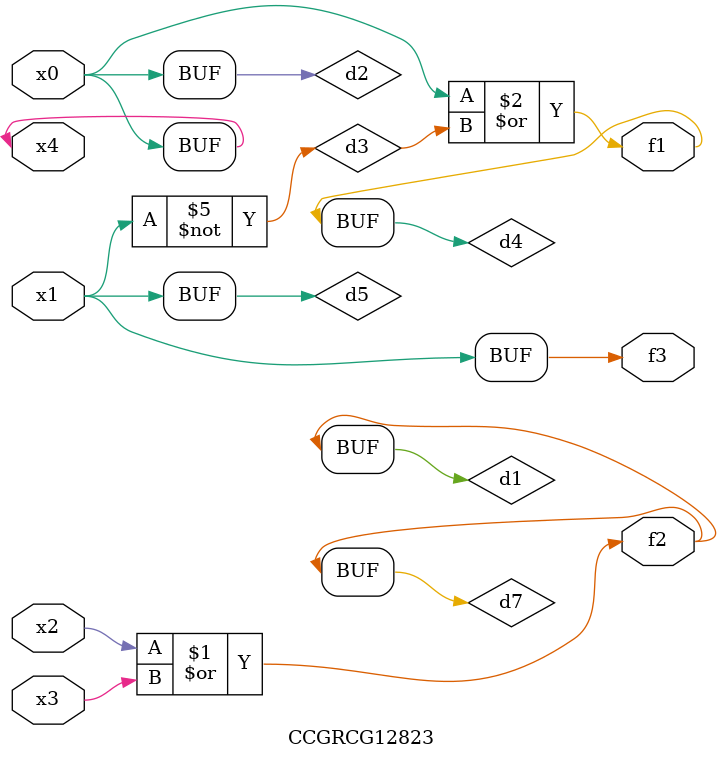
<source format=v>
module CCGRCG12823(
	input x0, x1, x2, x3, x4,
	output f1, f2, f3
);

	wire d1, d2, d3, d4, d5, d6, d7;

	or (d1, x2, x3);
	buf (d2, x0, x4);
	not (d3, x1);
	or (d4, d2, d3);
	not (d5, d3);
	nand (d6, d1, d3);
	or (d7, d1);
	assign f1 = d4;
	assign f2 = d7;
	assign f3 = d5;
endmodule

</source>
